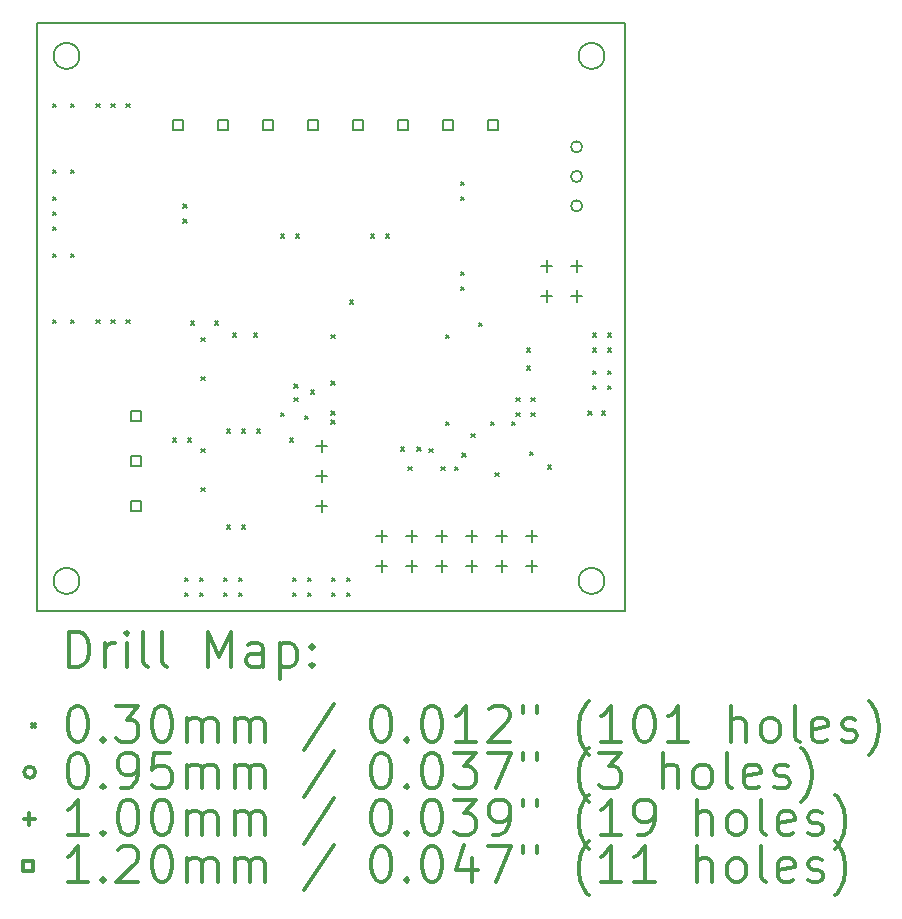
<source format=gbr>
%FSLAX45Y45*%
G04 Gerber Fmt 4.5, Leading zero omitted, Abs format (unit mm)*
G04 Created by KiCad (PCBNEW (5.1.5)-2) date 2020-08-01 22:44:29*
%MOMM*%
%LPD*%
G04 APERTURE LIST*
%TA.AperFunction,Profile*%
%ADD10C,0.203200*%
%TD*%
%ADD11C,0.200000*%
%ADD12C,0.300000*%
G04 APERTURE END LIST*
D10*
X10524000Y-12954000D02*
G75*
G03X10524000Y-12954000I-110000J0D01*
G01*
X14969000Y-12954000D02*
G75*
G03X14969000Y-12954000I-110000J0D01*
G01*
X14969000Y-8509000D02*
G75*
G03X14969000Y-8509000I-110000J0D01*
G01*
X10524000Y-8509000D02*
G75*
G03X10524000Y-8509000I-110000J0D01*
G01*
X10160000Y-8229600D02*
X15138400Y-8229600D01*
X15138400Y-13208000D02*
X15138400Y-8229600D01*
X10160000Y-13208000D02*
X10160000Y-8229600D01*
X10160000Y-13208000D02*
X15138400Y-13208000D01*
D11*
X10297160Y-8912860D02*
X10327640Y-8943340D01*
X10327640Y-8912860D02*
X10297160Y-8943340D01*
X10297160Y-9471660D02*
X10327640Y-9502140D01*
X10327640Y-9471660D02*
X10297160Y-9502140D01*
X10297160Y-9700260D02*
X10327640Y-9730740D01*
X10327640Y-9700260D02*
X10297160Y-9730740D01*
X10297160Y-9827260D02*
X10327640Y-9857740D01*
X10327640Y-9827260D02*
X10297160Y-9857740D01*
X10297160Y-9954260D02*
X10327640Y-9984740D01*
X10327640Y-9954260D02*
X10297160Y-9984740D01*
X10297160Y-10182860D02*
X10327640Y-10213340D01*
X10327640Y-10182860D02*
X10297160Y-10213340D01*
X10297160Y-10741660D02*
X10327640Y-10772140D01*
X10327640Y-10741660D02*
X10297160Y-10772140D01*
X10449560Y-8912860D02*
X10480040Y-8943340D01*
X10480040Y-8912860D02*
X10449560Y-8943340D01*
X10449560Y-9471660D02*
X10480040Y-9502140D01*
X10480040Y-9471660D02*
X10449560Y-9502140D01*
X10449560Y-10182860D02*
X10480040Y-10213340D01*
X10480040Y-10182860D02*
X10449560Y-10213340D01*
X10449560Y-10741660D02*
X10480040Y-10772140D01*
X10480040Y-10741660D02*
X10449560Y-10772140D01*
X10665460Y-8912860D02*
X10695940Y-8943340D01*
X10695940Y-8912860D02*
X10665460Y-8943340D01*
X10665460Y-10741660D02*
X10695940Y-10772140D01*
X10695940Y-10741660D02*
X10665460Y-10772140D01*
X10792460Y-8912860D02*
X10822940Y-8943340D01*
X10822940Y-8912860D02*
X10792460Y-8943340D01*
X10792460Y-10741660D02*
X10822940Y-10772140D01*
X10822940Y-10741660D02*
X10792460Y-10772140D01*
X10919460Y-8912860D02*
X10949940Y-8943340D01*
X10949940Y-8912860D02*
X10919460Y-8943340D01*
X10919460Y-10741660D02*
X10949940Y-10772140D01*
X10949940Y-10741660D02*
X10919460Y-10772140D01*
X11313160Y-11744960D02*
X11343640Y-11775440D01*
X11343640Y-11744960D02*
X11313160Y-11775440D01*
X11402060Y-9763760D02*
X11432540Y-9794240D01*
X11432540Y-9763760D02*
X11402060Y-9794240D01*
X11402060Y-9890760D02*
X11432540Y-9921240D01*
X11432540Y-9890760D02*
X11402060Y-9921240D01*
X11414760Y-12926060D02*
X11445240Y-12956540D01*
X11445240Y-12926060D02*
X11414760Y-12956540D01*
X11414760Y-13053060D02*
X11445240Y-13083540D01*
X11445240Y-13053060D02*
X11414760Y-13083540D01*
X11440160Y-11744960D02*
X11470640Y-11775440D01*
X11470640Y-11744960D02*
X11440160Y-11775440D01*
X11465560Y-10754360D02*
X11496040Y-10784840D01*
X11496040Y-10754360D02*
X11465560Y-10784840D01*
X11541760Y-12926060D02*
X11572240Y-12956540D01*
X11572240Y-12926060D02*
X11541760Y-12956540D01*
X11541760Y-13053060D02*
X11572240Y-13083540D01*
X11572240Y-13053060D02*
X11541760Y-13083540D01*
X11554110Y-10894410D02*
X11584590Y-10924890D01*
X11584590Y-10894410D02*
X11554110Y-10924890D01*
X11554110Y-11834210D02*
X11584590Y-11864690D01*
X11584590Y-11834210D02*
X11554110Y-11864690D01*
X11554460Y-11224260D02*
X11584940Y-11254740D01*
X11584940Y-11224260D02*
X11554460Y-11254740D01*
X11554460Y-12164060D02*
X11584940Y-12194540D01*
X11584940Y-12164060D02*
X11554460Y-12194540D01*
X11668760Y-10754360D02*
X11699240Y-10784840D01*
X11699240Y-10754360D02*
X11668760Y-10784840D01*
X11744960Y-12926060D02*
X11775440Y-12956540D01*
X11775440Y-12926060D02*
X11744960Y-12956540D01*
X11744960Y-13053060D02*
X11775440Y-13083540D01*
X11775440Y-13053060D02*
X11744960Y-13083540D01*
X11770360Y-11668760D02*
X11800840Y-11699240D01*
X11800840Y-11668760D02*
X11770360Y-11699240D01*
X11770360Y-12481560D02*
X11800840Y-12512040D01*
X11800840Y-12481560D02*
X11770360Y-12512040D01*
X11821160Y-10855960D02*
X11851640Y-10886440D01*
X11851640Y-10855960D02*
X11821160Y-10886440D01*
X11871960Y-12926060D02*
X11902440Y-12956540D01*
X11902440Y-12926060D02*
X11871960Y-12956540D01*
X11871960Y-13053060D02*
X11902440Y-13083540D01*
X11902440Y-13053060D02*
X11871960Y-13083540D01*
X11897360Y-11668760D02*
X11927840Y-11699240D01*
X11927840Y-11668760D02*
X11897360Y-11699240D01*
X11897360Y-12481560D02*
X11927840Y-12512040D01*
X11927840Y-12481560D02*
X11897360Y-12512040D01*
X11998960Y-10855960D02*
X12029440Y-10886440D01*
X12029440Y-10855960D02*
X11998960Y-10886440D01*
X12024360Y-11668760D02*
X12054840Y-11699240D01*
X12054840Y-11668760D02*
X12024360Y-11699240D01*
X12227560Y-10017760D02*
X12258040Y-10048240D01*
X12258040Y-10017760D02*
X12227560Y-10048240D01*
X12227560Y-11529060D02*
X12258040Y-11559540D01*
X12258040Y-11529060D02*
X12227560Y-11559540D01*
X12303760Y-11744960D02*
X12334240Y-11775440D01*
X12334240Y-11744960D02*
X12303760Y-11775440D01*
X12329160Y-12926060D02*
X12359640Y-12956540D01*
X12359640Y-12926060D02*
X12329160Y-12956540D01*
X12329160Y-13053060D02*
X12359640Y-13083540D01*
X12359640Y-13053060D02*
X12329160Y-13083540D01*
X12341860Y-11287760D02*
X12372340Y-11318240D01*
X12372340Y-11287760D02*
X12341860Y-11318240D01*
X12341860Y-11402060D02*
X12372340Y-11432540D01*
X12372340Y-11402060D02*
X12341860Y-11432540D01*
X12354560Y-10017760D02*
X12385040Y-10048240D01*
X12385040Y-10017760D02*
X12354560Y-10048240D01*
X12430760Y-11554460D02*
X12461240Y-11584940D01*
X12461240Y-11554460D02*
X12430760Y-11584940D01*
X12456160Y-12926060D02*
X12486640Y-12956540D01*
X12486640Y-12926060D02*
X12456160Y-12956540D01*
X12456160Y-13053060D02*
X12486640Y-13083540D01*
X12486640Y-13053060D02*
X12456160Y-13083540D01*
X12481560Y-11338560D02*
X12512040Y-11369040D01*
X12512040Y-11338560D02*
X12481560Y-11369040D01*
X12653010Y-10868660D02*
X12683490Y-10899140D01*
X12683490Y-10868660D02*
X12653010Y-10899140D01*
X12653010Y-11262360D02*
X12683490Y-11292840D01*
X12683490Y-11262360D02*
X12653010Y-11292840D01*
X12653010Y-11516360D02*
X12683490Y-11546840D01*
X12683490Y-11516360D02*
X12653010Y-11546840D01*
X12653010Y-11592560D02*
X12683490Y-11623040D01*
X12683490Y-11592560D02*
X12653010Y-11623040D01*
X12659360Y-12926060D02*
X12689840Y-12956540D01*
X12689840Y-12926060D02*
X12659360Y-12956540D01*
X12659360Y-13053060D02*
X12689840Y-13083540D01*
X12689840Y-13053060D02*
X12659360Y-13083540D01*
X12786360Y-12926060D02*
X12816840Y-12956540D01*
X12816840Y-12926060D02*
X12786360Y-12956540D01*
X12786360Y-13053060D02*
X12816840Y-13083540D01*
X12816840Y-13053060D02*
X12786360Y-13083540D01*
X12811760Y-10576560D02*
X12842240Y-10607040D01*
X12842240Y-10576560D02*
X12811760Y-10607040D01*
X12989560Y-10017760D02*
X13020040Y-10048240D01*
X13020040Y-10017760D02*
X12989560Y-10048240D01*
X13116560Y-10017760D02*
X13147040Y-10048240D01*
X13147040Y-10017760D02*
X13116560Y-10048240D01*
X13243560Y-11821160D02*
X13274040Y-11851640D01*
X13274040Y-11821160D02*
X13243560Y-11851640D01*
X13307060Y-11986260D02*
X13337540Y-12016740D01*
X13337540Y-11986260D02*
X13307060Y-12016740D01*
X13383260Y-11821160D02*
X13413740Y-11851640D01*
X13413740Y-11821160D02*
X13383260Y-11851640D01*
X13484860Y-11833860D02*
X13515340Y-11864340D01*
X13515340Y-11833860D02*
X13484860Y-11864340D01*
X13586460Y-11986260D02*
X13616940Y-12016740D01*
X13616940Y-11986260D02*
X13586460Y-12016740D01*
X13624560Y-10868660D02*
X13655040Y-10899140D01*
X13655040Y-10868660D02*
X13624560Y-10899140D01*
X13624560Y-11605260D02*
X13655040Y-11635740D01*
X13655040Y-11605260D02*
X13624560Y-11635740D01*
X13700760Y-11986260D02*
X13731240Y-12016740D01*
X13731240Y-11986260D02*
X13700760Y-12016740D01*
X13751560Y-9573260D02*
X13782040Y-9603740D01*
X13782040Y-9573260D02*
X13751560Y-9603740D01*
X13751560Y-9700260D02*
X13782040Y-9730740D01*
X13782040Y-9700260D02*
X13751560Y-9730740D01*
X13751560Y-10335260D02*
X13782040Y-10365740D01*
X13782040Y-10335260D02*
X13751560Y-10365740D01*
X13751560Y-10462260D02*
X13782040Y-10492740D01*
X13782040Y-10462260D02*
X13751560Y-10492740D01*
X13764260Y-11871960D02*
X13794740Y-11902440D01*
X13794740Y-11871960D02*
X13764260Y-11902440D01*
X13840460Y-11706860D02*
X13870940Y-11737340D01*
X13870940Y-11706860D02*
X13840460Y-11737340D01*
X13903960Y-10767059D02*
X13934440Y-10797539D01*
X13934440Y-10767059D02*
X13903960Y-10797539D01*
X14005560Y-11605260D02*
X14036040Y-11635740D01*
X14036040Y-11605260D02*
X14005560Y-11635740D01*
X14043660Y-12037060D02*
X14074140Y-12067540D01*
X14074140Y-12037060D02*
X14043660Y-12067540D01*
X14183360Y-11605260D02*
X14213840Y-11635740D01*
X14213840Y-11605260D02*
X14183360Y-11635740D01*
X14221460Y-11402060D02*
X14251940Y-11432540D01*
X14251940Y-11402060D02*
X14221460Y-11432540D01*
X14221460Y-11529060D02*
X14251940Y-11559540D01*
X14251940Y-11529060D02*
X14221460Y-11559540D01*
X14310360Y-10982960D02*
X14340840Y-11013440D01*
X14340840Y-10982960D02*
X14310360Y-11013440D01*
X14310360Y-11135360D02*
X14340840Y-11165840D01*
X14340840Y-11135360D02*
X14310360Y-11165840D01*
X14335760Y-11859260D02*
X14366240Y-11889740D01*
X14366240Y-11859260D02*
X14335760Y-11889740D01*
X14348460Y-11402060D02*
X14378940Y-11432540D01*
X14378940Y-11402060D02*
X14348460Y-11432540D01*
X14348460Y-11529060D02*
X14378940Y-11559540D01*
X14378940Y-11529060D02*
X14348460Y-11559540D01*
X14488160Y-11973560D02*
X14518640Y-12004040D01*
X14518640Y-11973560D02*
X14488160Y-12004040D01*
X14831060Y-11516360D02*
X14861540Y-11546840D01*
X14861540Y-11516360D02*
X14831060Y-11546840D01*
X14869160Y-10855960D02*
X14899640Y-10886440D01*
X14899640Y-10855960D02*
X14869160Y-10886440D01*
X14869160Y-10982960D02*
X14899640Y-11013440D01*
X14899640Y-10982960D02*
X14869160Y-11013440D01*
X14869160Y-11173460D02*
X14899640Y-11203940D01*
X14899640Y-11173460D02*
X14869160Y-11203940D01*
X14869160Y-11300460D02*
X14899640Y-11330940D01*
X14899640Y-11300460D02*
X14869160Y-11330940D01*
X14945360Y-11516360D02*
X14975840Y-11546840D01*
X14975840Y-11516360D02*
X14945360Y-11546840D01*
X14996160Y-10855960D02*
X15026640Y-10886440D01*
X15026640Y-10855960D02*
X14996160Y-10886440D01*
X14996160Y-10982960D02*
X15026640Y-11013440D01*
X15026640Y-10982960D02*
X14996160Y-11013440D01*
X14996160Y-11173460D02*
X15026640Y-11203940D01*
X15026640Y-11173460D02*
X14996160Y-11203940D01*
X14996160Y-11300460D02*
X15026640Y-11330940D01*
X15026640Y-11300460D02*
X14996160Y-11330940D01*
X14779500Y-9279000D02*
G75*
G03X14779500Y-9279000I-47500J0D01*
G01*
X14779500Y-9529000D02*
G75*
G03X14779500Y-9529000I-47500J0D01*
G01*
X14779500Y-9779000D02*
G75*
G03X14779500Y-9779000I-47500J0D01*
G01*
X13081000Y-12777000D02*
X13081000Y-12877000D01*
X13031000Y-12827000D02*
X13131000Y-12827000D01*
X13335000Y-12777000D02*
X13335000Y-12877000D01*
X13285000Y-12827000D02*
X13385000Y-12827000D01*
X13589000Y-12777000D02*
X13589000Y-12877000D01*
X13539000Y-12827000D02*
X13639000Y-12827000D01*
X13843000Y-12777000D02*
X13843000Y-12877000D01*
X13793000Y-12827000D02*
X13893000Y-12827000D01*
X14097000Y-12777000D02*
X14097000Y-12877000D01*
X14047000Y-12827000D02*
X14147000Y-12827000D01*
X14351000Y-12777000D02*
X14351000Y-12877000D01*
X14301000Y-12827000D02*
X14401000Y-12827000D01*
X13081000Y-12523000D02*
X13081000Y-12623000D01*
X13031000Y-12573000D02*
X13131000Y-12573000D01*
X13335000Y-12523000D02*
X13335000Y-12623000D01*
X13285000Y-12573000D02*
X13385000Y-12573000D01*
X13589000Y-12523000D02*
X13589000Y-12623000D01*
X13539000Y-12573000D02*
X13639000Y-12573000D01*
X13843000Y-12523000D02*
X13843000Y-12623000D01*
X13793000Y-12573000D02*
X13893000Y-12573000D01*
X14097000Y-12523000D02*
X14097000Y-12623000D01*
X14047000Y-12573000D02*
X14147000Y-12573000D01*
X14351000Y-12523000D02*
X14351000Y-12623000D01*
X14301000Y-12573000D02*
X14401000Y-12573000D01*
X12573000Y-11761000D02*
X12573000Y-11861000D01*
X12523000Y-11811000D02*
X12623000Y-11811000D01*
X12573000Y-12015000D02*
X12573000Y-12115000D01*
X12523000Y-12065000D02*
X12623000Y-12065000D01*
X12573000Y-12269000D02*
X12573000Y-12369000D01*
X12523000Y-12319000D02*
X12623000Y-12319000D01*
X14478000Y-10237000D02*
X14478000Y-10337000D01*
X14428000Y-10287000D02*
X14528000Y-10287000D01*
X14478000Y-10491000D02*
X14478000Y-10591000D01*
X14428000Y-10541000D02*
X14528000Y-10541000D01*
X14732000Y-10237000D02*
X14732000Y-10337000D01*
X14682000Y-10287000D02*
X14782000Y-10287000D01*
X14732000Y-10491000D02*
X14732000Y-10591000D01*
X14682000Y-10541000D02*
X14782000Y-10541000D01*
X11040627Y-11599427D02*
X11040627Y-11514573D01*
X10955773Y-11514573D01*
X10955773Y-11599427D01*
X11040627Y-11599427D01*
X11040627Y-11980427D02*
X11040627Y-11895573D01*
X10955773Y-11895573D01*
X10955773Y-11980427D01*
X11040627Y-11980427D01*
X11040627Y-12361427D02*
X11040627Y-12276573D01*
X10955773Y-12276573D01*
X10955773Y-12361427D01*
X11040627Y-12361427D01*
X11396227Y-9135627D02*
X11396227Y-9050773D01*
X11311373Y-9050773D01*
X11311373Y-9135627D01*
X11396227Y-9135627D01*
X11777227Y-9135627D02*
X11777227Y-9050773D01*
X11692373Y-9050773D01*
X11692373Y-9135627D01*
X11777227Y-9135627D01*
X12158227Y-9135627D02*
X12158227Y-9050773D01*
X12073373Y-9050773D01*
X12073373Y-9135627D01*
X12158227Y-9135627D01*
X12539227Y-9135627D02*
X12539227Y-9050773D01*
X12454373Y-9050773D01*
X12454373Y-9135627D01*
X12539227Y-9135627D01*
X12920227Y-9135627D02*
X12920227Y-9050773D01*
X12835373Y-9050773D01*
X12835373Y-9135627D01*
X12920227Y-9135627D01*
X13301227Y-9135627D02*
X13301227Y-9050773D01*
X13216373Y-9050773D01*
X13216373Y-9135627D01*
X13301227Y-9135627D01*
X13682227Y-9135627D02*
X13682227Y-9050773D01*
X13597373Y-9050773D01*
X13597373Y-9135627D01*
X13682227Y-9135627D01*
X14063227Y-9135627D02*
X14063227Y-9050773D01*
X13978373Y-9050773D01*
X13978373Y-9135627D01*
X14063227Y-9135627D01*
D12*
X10436268Y-13683874D02*
X10436268Y-13383874D01*
X10507697Y-13383874D01*
X10550554Y-13398160D01*
X10579126Y-13426731D01*
X10593411Y-13455303D01*
X10607697Y-13512446D01*
X10607697Y-13555303D01*
X10593411Y-13612446D01*
X10579126Y-13641017D01*
X10550554Y-13669589D01*
X10507697Y-13683874D01*
X10436268Y-13683874D01*
X10736268Y-13683874D02*
X10736268Y-13483874D01*
X10736268Y-13541017D02*
X10750554Y-13512446D01*
X10764840Y-13498160D01*
X10793411Y-13483874D01*
X10821983Y-13483874D01*
X10921983Y-13683874D02*
X10921983Y-13483874D01*
X10921983Y-13383874D02*
X10907697Y-13398160D01*
X10921983Y-13412446D01*
X10936268Y-13398160D01*
X10921983Y-13383874D01*
X10921983Y-13412446D01*
X11107697Y-13683874D02*
X11079126Y-13669589D01*
X11064840Y-13641017D01*
X11064840Y-13383874D01*
X11264840Y-13683874D02*
X11236268Y-13669589D01*
X11221983Y-13641017D01*
X11221983Y-13383874D01*
X11607697Y-13683874D02*
X11607697Y-13383874D01*
X11707697Y-13598160D01*
X11807697Y-13383874D01*
X11807697Y-13683874D01*
X12079126Y-13683874D02*
X12079126Y-13526731D01*
X12064840Y-13498160D01*
X12036268Y-13483874D01*
X11979126Y-13483874D01*
X11950554Y-13498160D01*
X12079126Y-13669589D02*
X12050554Y-13683874D01*
X11979126Y-13683874D01*
X11950554Y-13669589D01*
X11936268Y-13641017D01*
X11936268Y-13612446D01*
X11950554Y-13583874D01*
X11979126Y-13569589D01*
X12050554Y-13569589D01*
X12079126Y-13555303D01*
X12221983Y-13483874D02*
X12221983Y-13783874D01*
X12221983Y-13498160D02*
X12250554Y-13483874D01*
X12307697Y-13483874D01*
X12336268Y-13498160D01*
X12350554Y-13512446D01*
X12364840Y-13541017D01*
X12364840Y-13626731D01*
X12350554Y-13655303D01*
X12336268Y-13669589D01*
X12307697Y-13683874D01*
X12250554Y-13683874D01*
X12221983Y-13669589D01*
X12493411Y-13655303D02*
X12507697Y-13669589D01*
X12493411Y-13683874D01*
X12479126Y-13669589D01*
X12493411Y-13655303D01*
X12493411Y-13683874D01*
X12493411Y-13498160D02*
X12507697Y-13512446D01*
X12493411Y-13526731D01*
X12479126Y-13512446D01*
X12493411Y-13498160D01*
X12493411Y-13526731D01*
X10119360Y-14162920D02*
X10149840Y-14193400D01*
X10149840Y-14162920D02*
X10119360Y-14193400D01*
X10493411Y-14013874D02*
X10521983Y-14013874D01*
X10550554Y-14028160D01*
X10564840Y-14042446D01*
X10579126Y-14071017D01*
X10593411Y-14128160D01*
X10593411Y-14199589D01*
X10579126Y-14256731D01*
X10564840Y-14285303D01*
X10550554Y-14299589D01*
X10521983Y-14313874D01*
X10493411Y-14313874D01*
X10464840Y-14299589D01*
X10450554Y-14285303D01*
X10436268Y-14256731D01*
X10421983Y-14199589D01*
X10421983Y-14128160D01*
X10436268Y-14071017D01*
X10450554Y-14042446D01*
X10464840Y-14028160D01*
X10493411Y-14013874D01*
X10721983Y-14285303D02*
X10736268Y-14299589D01*
X10721983Y-14313874D01*
X10707697Y-14299589D01*
X10721983Y-14285303D01*
X10721983Y-14313874D01*
X10836268Y-14013874D02*
X11021983Y-14013874D01*
X10921983Y-14128160D01*
X10964840Y-14128160D01*
X10993411Y-14142446D01*
X11007697Y-14156731D01*
X11021983Y-14185303D01*
X11021983Y-14256731D01*
X11007697Y-14285303D01*
X10993411Y-14299589D01*
X10964840Y-14313874D01*
X10879126Y-14313874D01*
X10850554Y-14299589D01*
X10836268Y-14285303D01*
X11207697Y-14013874D02*
X11236268Y-14013874D01*
X11264840Y-14028160D01*
X11279126Y-14042446D01*
X11293411Y-14071017D01*
X11307697Y-14128160D01*
X11307697Y-14199589D01*
X11293411Y-14256731D01*
X11279126Y-14285303D01*
X11264840Y-14299589D01*
X11236268Y-14313874D01*
X11207697Y-14313874D01*
X11179126Y-14299589D01*
X11164840Y-14285303D01*
X11150554Y-14256731D01*
X11136268Y-14199589D01*
X11136268Y-14128160D01*
X11150554Y-14071017D01*
X11164840Y-14042446D01*
X11179126Y-14028160D01*
X11207697Y-14013874D01*
X11436268Y-14313874D02*
X11436268Y-14113874D01*
X11436268Y-14142446D02*
X11450554Y-14128160D01*
X11479126Y-14113874D01*
X11521983Y-14113874D01*
X11550554Y-14128160D01*
X11564840Y-14156731D01*
X11564840Y-14313874D01*
X11564840Y-14156731D02*
X11579126Y-14128160D01*
X11607697Y-14113874D01*
X11650554Y-14113874D01*
X11679126Y-14128160D01*
X11693411Y-14156731D01*
X11693411Y-14313874D01*
X11836268Y-14313874D02*
X11836268Y-14113874D01*
X11836268Y-14142446D02*
X11850554Y-14128160D01*
X11879126Y-14113874D01*
X11921983Y-14113874D01*
X11950554Y-14128160D01*
X11964840Y-14156731D01*
X11964840Y-14313874D01*
X11964840Y-14156731D02*
X11979126Y-14128160D01*
X12007697Y-14113874D01*
X12050554Y-14113874D01*
X12079126Y-14128160D01*
X12093411Y-14156731D01*
X12093411Y-14313874D01*
X12679126Y-13999589D02*
X12421983Y-14385303D01*
X13064840Y-14013874D02*
X13093411Y-14013874D01*
X13121983Y-14028160D01*
X13136268Y-14042446D01*
X13150554Y-14071017D01*
X13164840Y-14128160D01*
X13164840Y-14199589D01*
X13150554Y-14256731D01*
X13136268Y-14285303D01*
X13121983Y-14299589D01*
X13093411Y-14313874D01*
X13064840Y-14313874D01*
X13036268Y-14299589D01*
X13021983Y-14285303D01*
X13007697Y-14256731D01*
X12993411Y-14199589D01*
X12993411Y-14128160D01*
X13007697Y-14071017D01*
X13021983Y-14042446D01*
X13036268Y-14028160D01*
X13064840Y-14013874D01*
X13293411Y-14285303D02*
X13307697Y-14299589D01*
X13293411Y-14313874D01*
X13279126Y-14299589D01*
X13293411Y-14285303D01*
X13293411Y-14313874D01*
X13493411Y-14013874D02*
X13521983Y-14013874D01*
X13550554Y-14028160D01*
X13564840Y-14042446D01*
X13579126Y-14071017D01*
X13593411Y-14128160D01*
X13593411Y-14199589D01*
X13579126Y-14256731D01*
X13564840Y-14285303D01*
X13550554Y-14299589D01*
X13521983Y-14313874D01*
X13493411Y-14313874D01*
X13464840Y-14299589D01*
X13450554Y-14285303D01*
X13436268Y-14256731D01*
X13421983Y-14199589D01*
X13421983Y-14128160D01*
X13436268Y-14071017D01*
X13450554Y-14042446D01*
X13464840Y-14028160D01*
X13493411Y-14013874D01*
X13879126Y-14313874D02*
X13707697Y-14313874D01*
X13793411Y-14313874D02*
X13793411Y-14013874D01*
X13764840Y-14056731D01*
X13736268Y-14085303D01*
X13707697Y-14099589D01*
X13993411Y-14042446D02*
X14007697Y-14028160D01*
X14036268Y-14013874D01*
X14107697Y-14013874D01*
X14136268Y-14028160D01*
X14150554Y-14042446D01*
X14164840Y-14071017D01*
X14164840Y-14099589D01*
X14150554Y-14142446D01*
X13979126Y-14313874D01*
X14164840Y-14313874D01*
X14279126Y-14013874D02*
X14279126Y-14071017D01*
X14393411Y-14013874D02*
X14393411Y-14071017D01*
X14836268Y-14428160D02*
X14821983Y-14413874D01*
X14793411Y-14371017D01*
X14779126Y-14342446D01*
X14764840Y-14299589D01*
X14750554Y-14228160D01*
X14750554Y-14171017D01*
X14764840Y-14099589D01*
X14779126Y-14056731D01*
X14793411Y-14028160D01*
X14821983Y-13985303D01*
X14836268Y-13971017D01*
X15107697Y-14313874D02*
X14936268Y-14313874D01*
X15021983Y-14313874D02*
X15021983Y-14013874D01*
X14993411Y-14056731D01*
X14964840Y-14085303D01*
X14936268Y-14099589D01*
X15293411Y-14013874D02*
X15321983Y-14013874D01*
X15350554Y-14028160D01*
X15364840Y-14042446D01*
X15379126Y-14071017D01*
X15393411Y-14128160D01*
X15393411Y-14199589D01*
X15379126Y-14256731D01*
X15364840Y-14285303D01*
X15350554Y-14299589D01*
X15321983Y-14313874D01*
X15293411Y-14313874D01*
X15264840Y-14299589D01*
X15250554Y-14285303D01*
X15236268Y-14256731D01*
X15221983Y-14199589D01*
X15221983Y-14128160D01*
X15236268Y-14071017D01*
X15250554Y-14042446D01*
X15264840Y-14028160D01*
X15293411Y-14013874D01*
X15679126Y-14313874D02*
X15507697Y-14313874D01*
X15593411Y-14313874D02*
X15593411Y-14013874D01*
X15564840Y-14056731D01*
X15536268Y-14085303D01*
X15507697Y-14099589D01*
X16036268Y-14313874D02*
X16036268Y-14013874D01*
X16164840Y-14313874D02*
X16164840Y-14156731D01*
X16150554Y-14128160D01*
X16121983Y-14113874D01*
X16079126Y-14113874D01*
X16050554Y-14128160D01*
X16036268Y-14142446D01*
X16350554Y-14313874D02*
X16321983Y-14299589D01*
X16307697Y-14285303D01*
X16293411Y-14256731D01*
X16293411Y-14171017D01*
X16307697Y-14142446D01*
X16321983Y-14128160D01*
X16350554Y-14113874D01*
X16393411Y-14113874D01*
X16421983Y-14128160D01*
X16436268Y-14142446D01*
X16450554Y-14171017D01*
X16450554Y-14256731D01*
X16436268Y-14285303D01*
X16421983Y-14299589D01*
X16393411Y-14313874D01*
X16350554Y-14313874D01*
X16621983Y-14313874D02*
X16593411Y-14299589D01*
X16579126Y-14271017D01*
X16579126Y-14013874D01*
X16850554Y-14299589D02*
X16821983Y-14313874D01*
X16764840Y-14313874D01*
X16736268Y-14299589D01*
X16721983Y-14271017D01*
X16721983Y-14156731D01*
X16736268Y-14128160D01*
X16764840Y-14113874D01*
X16821983Y-14113874D01*
X16850554Y-14128160D01*
X16864840Y-14156731D01*
X16864840Y-14185303D01*
X16721983Y-14213874D01*
X16979126Y-14299589D02*
X17007697Y-14313874D01*
X17064840Y-14313874D01*
X17093411Y-14299589D01*
X17107697Y-14271017D01*
X17107697Y-14256731D01*
X17093411Y-14228160D01*
X17064840Y-14213874D01*
X17021983Y-14213874D01*
X16993411Y-14199589D01*
X16979126Y-14171017D01*
X16979126Y-14156731D01*
X16993411Y-14128160D01*
X17021983Y-14113874D01*
X17064840Y-14113874D01*
X17093411Y-14128160D01*
X17207697Y-14428160D02*
X17221983Y-14413874D01*
X17250554Y-14371017D01*
X17264840Y-14342446D01*
X17279126Y-14299589D01*
X17293411Y-14228160D01*
X17293411Y-14171017D01*
X17279126Y-14099589D01*
X17264840Y-14056731D01*
X17250554Y-14028160D01*
X17221983Y-13985303D01*
X17207697Y-13971017D01*
X10149840Y-14574160D02*
G75*
G03X10149840Y-14574160I-47500J0D01*
G01*
X10493411Y-14409874D02*
X10521983Y-14409874D01*
X10550554Y-14424160D01*
X10564840Y-14438446D01*
X10579126Y-14467017D01*
X10593411Y-14524160D01*
X10593411Y-14595589D01*
X10579126Y-14652731D01*
X10564840Y-14681303D01*
X10550554Y-14695589D01*
X10521983Y-14709874D01*
X10493411Y-14709874D01*
X10464840Y-14695589D01*
X10450554Y-14681303D01*
X10436268Y-14652731D01*
X10421983Y-14595589D01*
X10421983Y-14524160D01*
X10436268Y-14467017D01*
X10450554Y-14438446D01*
X10464840Y-14424160D01*
X10493411Y-14409874D01*
X10721983Y-14681303D02*
X10736268Y-14695589D01*
X10721983Y-14709874D01*
X10707697Y-14695589D01*
X10721983Y-14681303D01*
X10721983Y-14709874D01*
X10879126Y-14709874D02*
X10936268Y-14709874D01*
X10964840Y-14695589D01*
X10979126Y-14681303D01*
X11007697Y-14638446D01*
X11021983Y-14581303D01*
X11021983Y-14467017D01*
X11007697Y-14438446D01*
X10993411Y-14424160D01*
X10964840Y-14409874D01*
X10907697Y-14409874D01*
X10879126Y-14424160D01*
X10864840Y-14438446D01*
X10850554Y-14467017D01*
X10850554Y-14538446D01*
X10864840Y-14567017D01*
X10879126Y-14581303D01*
X10907697Y-14595589D01*
X10964840Y-14595589D01*
X10993411Y-14581303D01*
X11007697Y-14567017D01*
X11021983Y-14538446D01*
X11293411Y-14409874D02*
X11150554Y-14409874D01*
X11136268Y-14552731D01*
X11150554Y-14538446D01*
X11179126Y-14524160D01*
X11250554Y-14524160D01*
X11279126Y-14538446D01*
X11293411Y-14552731D01*
X11307697Y-14581303D01*
X11307697Y-14652731D01*
X11293411Y-14681303D01*
X11279126Y-14695589D01*
X11250554Y-14709874D01*
X11179126Y-14709874D01*
X11150554Y-14695589D01*
X11136268Y-14681303D01*
X11436268Y-14709874D02*
X11436268Y-14509874D01*
X11436268Y-14538446D02*
X11450554Y-14524160D01*
X11479126Y-14509874D01*
X11521983Y-14509874D01*
X11550554Y-14524160D01*
X11564840Y-14552731D01*
X11564840Y-14709874D01*
X11564840Y-14552731D02*
X11579126Y-14524160D01*
X11607697Y-14509874D01*
X11650554Y-14509874D01*
X11679126Y-14524160D01*
X11693411Y-14552731D01*
X11693411Y-14709874D01*
X11836268Y-14709874D02*
X11836268Y-14509874D01*
X11836268Y-14538446D02*
X11850554Y-14524160D01*
X11879126Y-14509874D01*
X11921983Y-14509874D01*
X11950554Y-14524160D01*
X11964840Y-14552731D01*
X11964840Y-14709874D01*
X11964840Y-14552731D02*
X11979126Y-14524160D01*
X12007697Y-14509874D01*
X12050554Y-14509874D01*
X12079126Y-14524160D01*
X12093411Y-14552731D01*
X12093411Y-14709874D01*
X12679126Y-14395589D02*
X12421983Y-14781303D01*
X13064840Y-14409874D02*
X13093411Y-14409874D01*
X13121983Y-14424160D01*
X13136268Y-14438446D01*
X13150554Y-14467017D01*
X13164840Y-14524160D01*
X13164840Y-14595589D01*
X13150554Y-14652731D01*
X13136268Y-14681303D01*
X13121983Y-14695589D01*
X13093411Y-14709874D01*
X13064840Y-14709874D01*
X13036268Y-14695589D01*
X13021983Y-14681303D01*
X13007697Y-14652731D01*
X12993411Y-14595589D01*
X12993411Y-14524160D01*
X13007697Y-14467017D01*
X13021983Y-14438446D01*
X13036268Y-14424160D01*
X13064840Y-14409874D01*
X13293411Y-14681303D02*
X13307697Y-14695589D01*
X13293411Y-14709874D01*
X13279126Y-14695589D01*
X13293411Y-14681303D01*
X13293411Y-14709874D01*
X13493411Y-14409874D02*
X13521983Y-14409874D01*
X13550554Y-14424160D01*
X13564840Y-14438446D01*
X13579126Y-14467017D01*
X13593411Y-14524160D01*
X13593411Y-14595589D01*
X13579126Y-14652731D01*
X13564840Y-14681303D01*
X13550554Y-14695589D01*
X13521983Y-14709874D01*
X13493411Y-14709874D01*
X13464840Y-14695589D01*
X13450554Y-14681303D01*
X13436268Y-14652731D01*
X13421983Y-14595589D01*
X13421983Y-14524160D01*
X13436268Y-14467017D01*
X13450554Y-14438446D01*
X13464840Y-14424160D01*
X13493411Y-14409874D01*
X13693411Y-14409874D02*
X13879126Y-14409874D01*
X13779126Y-14524160D01*
X13821983Y-14524160D01*
X13850554Y-14538446D01*
X13864840Y-14552731D01*
X13879126Y-14581303D01*
X13879126Y-14652731D01*
X13864840Y-14681303D01*
X13850554Y-14695589D01*
X13821983Y-14709874D01*
X13736268Y-14709874D01*
X13707697Y-14695589D01*
X13693411Y-14681303D01*
X13979126Y-14409874D02*
X14179126Y-14409874D01*
X14050554Y-14709874D01*
X14279126Y-14409874D02*
X14279126Y-14467017D01*
X14393411Y-14409874D02*
X14393411Y-14467017D01*
X14836268Y-14824160D02*
X14821983Y-14809874D01*
X14793411Y-14767017D01*
X14779126Y-14738446D01*
X14764840Y-14695589D01*
X14750554Y-14624160D01*
X14750554Y-14567017D01*
X14764840Y-14495589D01*
X14779126Y-14452731D01*
X14793411Y-14424160D01*
X14821983Y-14381303D01*
X14836268Y-14367017D01*
X14921983Y-14409874D02*
X15107697Y-14409874D01*
X15007697Y-14524160D01*
X15050554Y-14524160D01*
X15079126Y-14538446D01*
X15093411Y-14552731D01*
X15107697Y-14581303D01*
X15107697Y-14652731D01*
X15093411Y-14681303D01*
X15079126Y-14695589D01*
X15050554Y-14709874D01*
X14964840Y-14709874D01*
X14936268Y-14695589D01*
X14921983Y-14681303D01*
X15464840Y-14709874D02*
X15464840Y-14409874D01*
X15593411Y-14709874D02*
X15593411Y-14552731D01*
X15579126Y-14524160D01*
X15550554Y-14509874D01*
X15507697Y-14509874D01*
X15479126Y-14524160D01*
X15464840Y-14538446D01*
X15779126Y-14709874D02*
X15750554Y-14695589D01*
X15736268Y-14681303D01*
X15721983Y-14652731D01*
X15721983Y-14567017D01*
X15736268Y-14538446D01*
X15750554Y-14524160D01*
X15779126Y-14509874D01*
X15821983Y-14509874D01*
X15850554Y-14524160D01*
X15864840Y-14538446D01*
X15879126Y-14567017D01*
X15879126Y-14652731D01*
X15864840Y-14681303D01*
X15850554Y-14695589D01*
X15821983Y-14709874D01*
X15779126Y-14709874D01*
X16050554Y-14709874D02*
X16021983Y-14695589D01*
X16007697Y-14667017D01*
X16007697Y-14409874D01*
X16279126Y-14695589D02*
X16250554Y-14709874D01*
X16193411Y-14709874D01*
X16164840Y-14695589D01*
X16150554Y-14667017D01*
X16150554Y-14552731D01*
X16164840Y-14524160D01*
X16193411Y-14509874D01*
X16250554Y-14509874D01*
X16279126Y-14524160D01*
X16293411Y-14552731D01*
X16293411Y-14581303D01*
X16150554Y-14609874D01*
X16407697Y-14695589D02*
X16436268Y-14709874D01*
X16493411Y-14709874D01*
X16521983Y-14695589D01*
X16536268Y-14667017D01*
X16536268Y-14652731D01*
X16521983Y-14624160D01*
X16493411Y-14609874D01*
X16450554Y-14609874D01*
X16421983Y-14595589D01*
X16407697Y-14567017D01*
X16407697Y-14552731D01*
X16421983Y-14524160D01*
X16450554Y-14509874D01*
X16493411Y-14509874D01*
X16521983Y-14524160D01*
X16636268Y-14824160D02*
X16650554Y-14809874D01*
X16679126Y-14767017D01*
X16693411Y-14738446D01*
X16707697Y-14695589D01*
X16721983Y-14624160D01*
X16721983Y-14567017D01*
X16707697Y-14495589D01*
X16693411Y-14452731D01*
X16679126Y-14424160D01*
X16650554Y-14381303D01*
X16636268Y-14367017D01*
X10099840Y-14920160D02*
X10099840Y-15020160D01*
X10049840Y-14970160D02*
X10149840Y-14970160D01*
X10593411Y-15105874D02*
X10421983Y-15105874D01*
X10507697Y-15105874D02*
X10507697Y-14805874D01*
X10479126Y-14848731D01*
X10450554Y-14877303D01*
X10421983Y-14891589D01*
X10721983Y-15077303D02*
X10736268Y-15091589D01*
X10721983Y-15105874D01*
X10707697Y-15091589D01*
X10721983Y-15077303D01*
X10721983Y-15105874D01*
X10921983Y-14805874D02*
X10950554Y-14805874D01*
X10979126Y-14820160D01*
X10993411Y-14834446D01*
X11007697Y-14863017D01*
X11021983Y-14920160D01*
X11021983Y-14991589D01*
X11007697Y-15048731D01*
X10993411Y-15077303D01*
X10979126Y-15091589D01*
X10950554Y-15105874D01*
X10921983Y-15105874D01*
X10893411Y-15091589D01*
X10879126Y-15077303D01*
X10864840Y-15048731D01*
X10850554Y-14991589D01*
X10850554Y-14920160D01*
X10864840Y-14863017D01*
X10879126Y-14834446D01*
X10893411Y-14820160D01*
X10921983Y-14805874D01*
X11207697Y-14805874D02*
X11236268Y-14805874D01*
X11264840Y-14820160D01*
X11279126Y-14834446D01*
X11293411Y-14863017D01*
X11307697Y-14920160D01*
X11307697Y-14991589D01*
X11293411Y-15048731D01*
X11279126Y-15077303D01*
X11264840Y-15091589D01*
X11236268Y-15105874D01*
X11207697Y-15105874D01*
X11179126Y-15091589D01*
X11164840Y-15077303D01*
X11150554Y-15048731D01*
X11136268Y-14991589D01*
X11136268Y-14920160D01*
X11150554Y-14863017D01*
X11164840Y-14834446D01*
X11179126Y-14820160D01*
X11207697Y-14805874D01*
X11436268Y-15105874D02*
X11436268Y-14905874D01*
X11436268Y-14934446D02*
X11450554Y-14920160D01*
X11479126Y-14905874D01*
X11521983Y-14905874D01*
X11550554Y-14920160D01*
X11564840Y-14948731D01*
X11564840Y-15105874D01*
X11564840Y-14948731D02*
X11579126Y-14920160D01*
X11607697Y-14905874D01*
X11650554Y-14905874D01*
X11679126Y-14920160D01*
X11693411Y-14948731D01*
X11693411Y-15105874D01*
X11836268Y-15105874D02*
X11836268Y-14905874D01*
X11836268Y-14934446D02*
X11850554Y-14920160D01*
X11879126Y-14905874D01*
X11921983Y-14905874D01*
X11950554Y-14920160D01*
X11964840Y-14948731D01*
X11964840Y-15105874D01*
X11964840Y-14948731D02*
X11979126Y-14920160D01*
X12007697Y-14905874D01*
X12050554Y-14905874D01*
X12079126Y-14920160D01*
X12093411Y-14948731D01*
X12093411Y-15105874D01*
X12679126Y-14791589D02*
X12421983Y-15177303D01*
X13064840Y-14805874D02*
X13093411Y-14805874D01*
X13121983Y-14820160D01*
X13136268Y-14834446D01*
X13150554Y-14863017D01*
X13164840Y-14920160D01*
X13164840Y-14991589D01*
X13150554Y-15048731D01*
X13136268Y-15077303D01*
X13121983Y-15091589D01*
X13093411Y-15105874D01*
X13064840Y-15105874D01*
X13036268Y-15091589D01*
X13021983Y-15077303D01*
X13007697Y-15048731D01*
X12993411Y-14991589D01*
X12993411Y-14920160D01*
X13007697Y-14863017D01*
X13021983Y-14834446D01*
X13036268Y-14820160D01*
X13064840Y-14805874D01*
X13293411Y-15077303D02*
X13307697Y-15091589D01*
X13293411Y-15105874D01*
X13279126Y-15091589D01*
X13293411Y-15077303D01*
X13293411Y-15105874D01*
X13493411Y-14805874D02*
X13521983Y-14805874D01*
X13550554Y-14820160D01*
X13564840Y-14834446D01*
X13579126Y-14863017D01*
X13593411Y-14920160D01*
X13593411Y-14991589D01*
X13579126Y-15048731D01*
X13564840Y-15077303D01*
X13550554Y-15091589D01*
X13521983Y-15105874D01*
X13493411Y-15105874D01*
X13464840Y-15091589D01*
X13450554Y-15077303D01*
X13436268Y-15048731D01*
X13421983Y-14991589D01*
X13421983Y-14920160D01*
X13436268Y-14863017D01*
X13450554Y-14834446D01*
X13464840Y-14820160D01*
X13493411Y-14805874D01*
X13693411Y-14805874D02*
X13879126Y-14805874D01*
X13779126Y-14920160D01*
X13821983Y-14920160D01*
X13850554Y-14934446D01*
X13864840Y-14948731D01*
X13879126Y-14977303D01*
X13879126Y-15048731D01*
X13864840Y-15077303D01*
X13850554Y-15091589D01*
X13821983Y-15105874D01*
X13736268Y-15105874D01*
X13707697Y-15091589D01*
X13693411Y-15077303D01*
X14021983Y-15105874D02*
X14079126Y-15105874D01*
X14107697Y-15091589D01*
X14121983Y-15077303D01*
X14150554Y-15034446D01*
X14164840Y-14977303D01*
X14164840Y-14863017D01*
X14150554Y-14834446D01*
X14136268Y-14820160D01*
X14107697Y-14805874D01*
X14050554Y-14805874D01*
X14021983Y-14820160D01*
X14007697Y-14834446D01*
X13993411Y-14863017D01*
X13993411Y-14934446D01*
X14007697Y-14963017D01*
X14021983Y-14977303D01*
X14050554Y-14991589D01*
X14107697Y-14991589D01*
X14136268Y-14977303D01*
X14150554Y-14963017D01*
X14164840Y-14934446D01*
X14279126Y-14805874D02*
X14279126Y-14863017D01*
X14393411Y-14805874D02*
X14393411Y-14863017D01*
X14836268Y-15220160D02*
X14821983Y-15205874D01*
X14793411Y-15163017D01*
X14779126Y-15134446D01*
X14764840Y-15091589D01*
X14750554Y-15020160D01*
X14750554Y-14963017D01*
X14764840Y-14891589D01*
X14779126Y-14848731D01*
X14793411Y-14820160D01*
X14821983Y-14777303D01*
X14836268Y-14763017D01*
X15107697Y-15105874D02*
X14936268Y-15105874D01*
X15021983Y-15105874D02*
X15021983Y-14805874D01*
X14993411Y-14848731D01*
X14964840Y-14877303D01*
X14936268Y-14891589D01*
X15250554Y-15105874D02*
X15307697Y-15105874D01*
X15336268Y-15091589D01*
X15350554Y-15077303D01*
X15379126Y-15034446D01*
X15393411Y-14977303D01*
X15393411Y-14863017D01*
X15379126Y-14834446D01*
X15364840Y-14820160D01*
X15336268Y-14805874D01*
X15279126Y-14805874D01*
X15250554Y-14820160D01*
X15236268Y-14834446D01*
X15221983Y-14863017D01*
X15221983Y-14934446D01*
X15236268Y-14963017D01*
X15250554Y-14977303D01*
X15279126Y-14991589D01*
X15336268Y-14991589D01*
X15364840Y-14977303D01*
X15379126Y-14963017D01*
X15393411Y-14934446D01*
X15750554Y-15105874D02*
X15750554Y-14805874D01*
X15879126Y-15105874D02*
X15879126Y-14948731D01*
X15864840Y-14920160D01*
X15836268Y-14905874D01*
X15793411Y-14905874D01*
X15764840Y-14920160D01*
X15750554Y-14934446D01*
X16064840Y-15105874D02*
X16036268Y-15091589D01*
X16021983Y-15077303D01*
X16007697Y-15048731D01*
X16007697Y-14963017D01*
X16021983Y-14934446D01*
X16036268Y-14920160D01*
X16064840Y-14905874D01*
X16107697Y-14905874D01*
X16136268Y-14920160D01*
X16150554Y-14934446D01*
X16164840Y-14963017D01*
X16164840Y-15048731D01*
X16150554Y-15077303D01*
X16136268Y-15091589D01*
X16107697Y-15105874D01*
X16064840Y-15105874D01*
X16336268Y-15105874D02*
X16307697Y-15091589D01*
X16293411Y-15063017D01*
X16293411Y-14805874D01*
X16564840Y-15091589D02*
X16536268Y-15105874D01*
X16479126Y-15105874D01*
X16450554Y-15091589D01*
X16436268Y-15063017D01*
X16436268Y-14948731D01*
X16450554Y-14920160D01*
X16479126Y-14905874D01*
X16536268Y-14905874D01*
X16564840Y-14920160D01*
X16579126Y-14948731D01*
X16579126Y-14977303D01*
X16436268Y-15005874D01*
X16693411Y-15091589D02*
X16721983Y-15105874D01*
X16779126Y-15105874D01*
X16807697Y-15091589D01*
X16821983Y-15063017D01*
X16821983Y-15048731D01*
X16807697Y-15020160D01*
X16779126Y-15005874D01*
X16736268Y-15005874D01*
X16707697Y-14991589D01*
X16693411Y-14963017D01*
X16693411Y-14948731D01*
X16707697Y-14920160D01*
X16736268Y-14905874D01*
X16779126Y-14905874D01*
X16807697Y-14920160D01*
X16921983Y-15220160D02*
X16936268Y-15205874D01*
X16964840Y-15163017D01*
X16979126Y-15134446D01*
X16993411Y-15091589D01*
X17007697Y-15020160D01*
X17007697Y-14963017D01*
X16993411Y-14891589D01*
X16979126Y-14848731D01*
X16964840Y-14820160D01*
X16936268Y-14777303D01*
X16921983Y-14763017D01*
X10132267Y-15408587D02*
X10132267Y-15323733D01*
X10047413Y-15323733D01*
X10047413Y-15408587D01*
X10132267Y-15408587D01*
X10593411Y-15501874D02*
X10421983Y-15501874D01*
X10507697Y-15501874D02*
X10507697Y-15201874D01*
X10479126Y-15244731D01*
X10450554Y-15273303D01*
X10421983Y-15287589D01*
X10721983Y-15473303D02*
X10736268Y-15487589D01*
X10721983Y-15501874D01*
X10707697Y-15487589D01*
X10721983Y-15473303D01*
X10721983Y-15501874D01*
X10850554Y-15230446D02*
X10864840Y-15216160D01*
X10893411Y-15201874D01*
X10964840Y-15201874D01*
X10993411Y-15216160D01*
X11007697Y-15230446D01*
X11021983Y-15259017D01*
X11021983Y-15287589D01*
X11007697Y-15330446D01*
X10836268Y-15501874D01*
X11021983Y-15501874D01*
X11207697Y-15201874D02*
X11236268Y-15201874D01*
X11264840Y-15216160D01*
X11279126Y-15230446D01*
X11293411Y-15259017D01*
X11307697Y-15316160D01*
X11307697Y-15387589D01*
X11293411Y-15444731D01*
X11279126Y-15473303D01*
X11264840Y-15487589D01*
X11236268Y-15501874D01*
X11207697Y-15501874D01*
X11179126Y-15487589D01*
X11164840Y-15473303D01*
X11150554Y-15444731D01*
X11136268Y-15387589D01*
X11136268Y-15316160D01*
X11150554Y-15259017D01*
X11164840Y-15230446D01*
X11179126Y-15216160D01*
X11207697Y-15201874D01*
X11436268Y-15501874D02*
X11436268Y-15301874D01*
X11436268Y-15330446D02*
X11450554Y-15316160D01*
X11479126Y-15301874D01*
X11521983Y-15301874D01*
X11550554Y-15316160D01*
X11564840Y-15344731D01*
X11564840Y-15501874D01*
X11564840Y-15344731D02*
X11579126Y-15316160D01*
X11607697Y-15301874D01*
X11650554Y-15301874D01*
X11679126Y-15316160D01*
X11693411Y-15344731D01*
X11693411Y-15501874D01*
X11836268Y-15501874D02*
X11836268Y-15301874D01*
X11836268Y-15330446D02*
X11850554Y-15316160D01*
X11879126Y-15301874D01*
X11921983Y-15301874D01*
X11950554Y-15316160D01*
X11964840Y-15344731D01*
X11964840Y-15501874D01*
X11964840Y-15344731D02*
X11979126Y-15316160D01*
X12007697Y-15301874D01*
X12050554Y-15301874D01*
X12079126Y-15316160D01*
X12093411Y-15344731D01*
X12093411Y-15501874D01*
X12679126Y-15187589D02*
X12421983Y-15573303D01*
X13064840Y-15201874D02*
X13093411Y-15201874D01*
X13121983Y-15216160D01*
X13136268Y-15230446D01*
X13150554Y-15259017D01*
X13164840Y-15316160D01*
X13164840Y-15387589D01*
X13150554Y-15444731D01*
X13136268Y-15473303D01*
X13121983Y-15487589D01*
X13093411Y-15501874D01*
X13064840Y-15501874D01*
X13036268Y-15487589D01*
X13021983Y-15473303D01*
X13007697Y-15444731D01*
X12993411Y-15387589D01*
X12993411Y-15316160D01*
X13007697Y-15259017D01*
X13021983Y-15230446D01*
X13036268Y-15216160D01*
X13064840Y-15201874D01*
X13293411Y-15473303D02*
X13307697Y-15487589D01*
X13293411Y-15501874D01*
X13279126Y-15487589D01*
X13293411Y-15473303D01*
X13293411Y-15501874D01*
X13493411Y-15201874D02*
X13521983Y-15201874D01*
X13550554Y-15216160D01*
X13564840Y-15230446D01*
X13579126Y-15259017D01*
X13593411Y-15316160D01*
X13593411Y-15387589D01*
X13579126Y-15444731D01*
X13564840Y-15473303D01*
X13550554Y-15487589D01*
X13521983Y-15501874D01*
X13493411Y-15501874D01*
X13464840Y-15487589D01*
X13450554Y-15473303D01*
X13436268Y-15444731D01*
X13421983Y-15387589D01*
X13421983Y-15316160D01*
X13436268Y-15259017D01*
X13450554Y-15230446D01*
X13464840Y-15216160D01*
X13493411Y-15201874D01*
X13850554Y-15301874D02*
X13850554Y-15501874D01*
X13779126Y-15187589D02*
X13707697Y-15401874D01*
X13893411Y-15401874D01*
X13979126Y-15201874D02*
X14179126Y-15201874D01*
X14050554Y-15501874D01*
X14279126Y-15201874D02*
X14279126Y-15259017D01*
X14393411Y-15201874D02*
X14393411Y-15259017D01*
X14836268Y-15616160D02*
X14821983Y-15601874D01*
X14793411Y-15559017D01*
X14779126Y-15530446D01*
X14764840Y-15487589D01*
X14750554Y-15416160D01*
X14750554Y-15359017D01*
X14764840Y-15287589D01*
X14779126Y-15244731D01*
X14793411Y-15216160D01*
X14821983Y-15173303D01*
X14836268Y-15159017D01*
X15107697Y-15501874D02*
X14936268Y-15501874D01*
X15021983Y-15501874D02*
X15021983Y-15201874D01*
X14993411Y-15244731D01*
X14964840Y-15273303D01*
X14936268Y-15287589D01*
X15393411Y-15501874D02*
X15221983Y-15501874D01*
X15307697Y-15501874D02*
X15307697Y-15201874D01*
X15279126Y-15244731D01*
X15250554Y-15273303D01*
X15221983Y-15287589D01*
X15750554Y-15501874D02*
X15750554Y-15201874D01*
X15879126Y-15501874D02*
X15879126Y-15344731D01*
X15864840Y-15316160D01*
X15836268Y-15301874D01*
X15793411Y-15301874D01*
X15764840Y-15316160D01*
X15750554Y-15330446D01*
X16064840Y-15501874D02*
X16036268Y-15487589D01*
X16021983Y-15473303D01*
X16007697Y-15444731D01*
X16007697Y-15359017D01*
X16021983Y-15330446D01*
X16036268Y-15316160D01*
X16064840Y-15301874D01*
X16107697Y-15301874D01*
X16136268Y-15316160D01*
X16150554Y-15330446D01*
X16164840Y-15359017D01*
X16164840Y-15444731D01*
X16150554Y-15473303D01*
X16136268Y-15487589D01*
X16107697Y-15501874D01*
X16064840Y-15501874D01*
X16336268Y-15501874D02*
X16307697Y-15487589D01*
X16293411Y-15459017D01*
X16293411Y-15201874D01*
X16564840Y-15487589D02*
X16536268Y-15501874D01*
X16479126Y-15501874D01*
X16450554Y-15487589D01*
X16436268Y-15459017D01*
X16436268Y-15344731D01*
X16450554Y-15316160D01*
X16479126Y-15301874D01*
X16536268Y-15301874D01*
X16564840Y-15316160D01*
X16579126Y-15344731D01*
X16579126Y-15373303D01*
X16436268Y-15401874D01*
X16693411Y-15487589D02*
X16721983Y-15501874D01*
X16779126Y-15501874D01*
X16807697Y-15487589D01*
X16821983Y-15459017D01*
X16821983Y-15444731D01*
X16807697Y-15416160D01*
X16779126Y-15401874D01*
X16736268Y-15401874D01*
X16707697Y-15387589D01*
X16693411Y-15359017D01*
X16693411Y-15344731D01*
X16707697Y-15316160D01*
X16736268Y-15301874D01*
X16779126Y-15301874D01*
X16807697Y-15316160D01*
X16921983Y-15616160D02*
X16936268Y-15601874D01*
X16964840Y-15559017D01*
X16979126Y-15530446D01*
X16993411Y-15487589D01*
X17007697Y-15416160D01*
X17007697Y-15359017D01*
X16993411Y-15287589D01*
X16979126Y-15244731D01*
X16964840Y-15216160D01*
X16936268Y-15173303D01*
X16921983Y-15159017D01*
M02*

</source>
